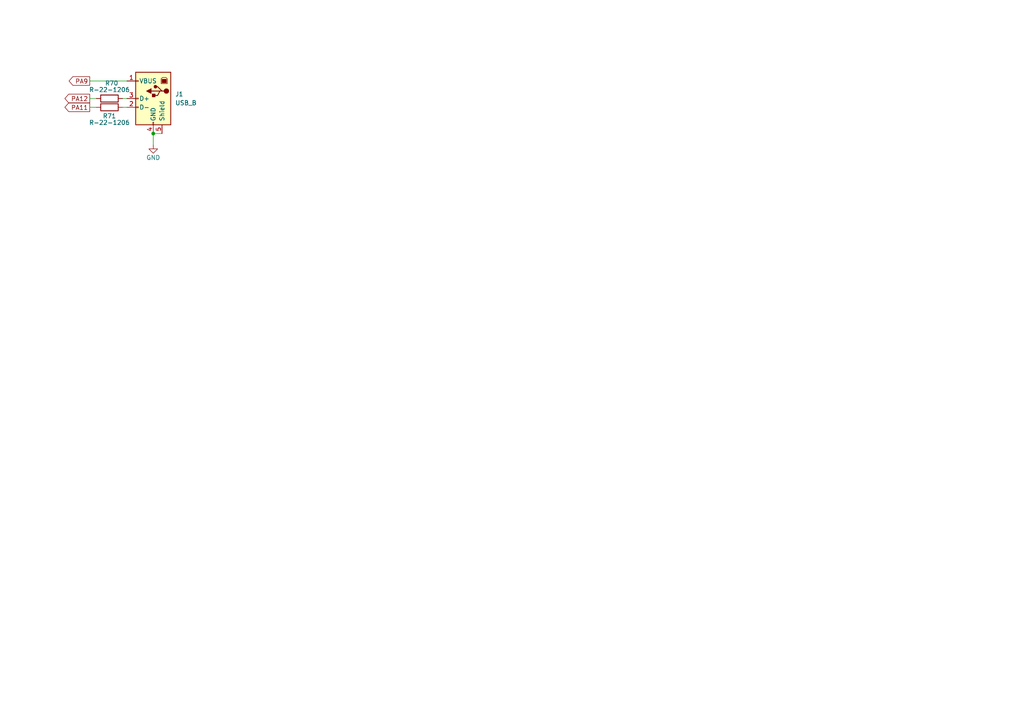
<source format=kicad_sch>
(kicad_sch (version 20211123) (generator eeschema)

  (uuid 88805a0e-6cac-41f4-aa69-c886f088287c)

  (paper "A4")

  (lib_symbols
    (symbol "eurorack:R-22-1206" (pin_numbers hide) (pin_names (offset 0)) (in_bom yes) (on_board yes)
      (property "Reference" "R" (id 0) (at 2.032 0 90)
        (effects (font (size 1.27 1.27)))
      )
      (property "Value" "R-22-1206" (id 1) (at -2.54 0 90)
        (effects (font (size 1.27 1.27)))
      )
      (property "Footprint" "Resistor_SMD:R_1206_3216Metric_Pad1.30x1.75mm_HandSolder" (id 2) (at -1.778 0 90)
        (effects (font (size 1.27 1.27)) hide)
      )
      (property "Datasheet" "https://secure.reichelt.com/at/en/smd-chip-resistor-type-1206-22-ohm-smd-1-4w-22-p18286.html?&nbc=1" (id 3) (at 0 0 0)
        (effects (font (size 1.27 1.27)) hide)
      )
      (property "P" "1/4W" (id 4) (at 0 0 0)
        (effects (font (size 1.27 1.27)))
      )
      (property "ki_keywords" "R res resistor" (id 5) (at 0 0 0)
        (effects (font (size 1.27 1.27)) hide)
      )
      (property "ki_description" "Resistor" (id 6) (at 0 0 0)
        (effects (font (size 1.27 1.27)) hide)
      )
      (property "ki_fp_filters" "R_*" (id 7) (at 0 0 0)
        (effects (font (size 1.27 1.27)) hide)
      )
      (symbol "R-22-1206_0_1"
        (rectangle (start -1.016 -2.54) (end 1.016 2.54)
          (stroke (width 0.254) (type default) (color 0 0 0 0))
          (fill (type none))
        )
      )
      (symbol "R-22-1206_1_1"
        (pin passive line (at 0 3.81 270) (length 1.27)
          (name "~" (effects (font (size 1.27 1.27))))
          (number "1" (effects (font (size 1.27 1.27))))
        )
        (pin passive line (at 0 -3.81 90) (length 1.27)
          (name "~" (effects (font (size 1.27 1.27))))
          (number "2" (effects (font (size 1.27 1.27))))
        )
      )
    )
    (symbol "eurorack:USB_B" (pin_names (offset 1.016)) (in_bom yes) (on_board yes)
      (property "Reference" "J" (id 0) (at -5.08 11.43 0)
        (effects (font (size 1.27 1.27)) (justify left))
      )
      (property "Value" "USB_B" (id 1) (at -5.08 8.89 0)
        (effects (font (size 1.27 1.27)) (justify left))
      )
      (property "Footprint" "eurorack:USB-BG" (id 2) (at 3.81 -1.27 0)
        (effects (font (size 1.27 1.27)) hide)
      )
      (property "Datasheet" "https://secure.reichelt.com/at/en/usb-panel-socket-series-b-straight-180-vers--usb-bg-p52009.html?&trstct=pos_3&nbc=1" (id 3) (at 3.81 -1.27 0)
        (effects (font (size 1.27 1.27)) hide)
      )
      (property "ki_keywords" "connector USB" (id 4) (at 0 0 0)
        (effects (font (size 1.27 1.27)) hide)
      )
      (property "ki_description" "USB Type B connector" (id 5) (at 0 0 0)
        (effects (font (size 1.27 1.27)) hide)
      )
      (property "ki_fp_filters" "USB*" (id 6) (at 0 0 0)
        (effects (font (size 1.27 1.27)) hide)
      )
      (symbol "USB_B_0_1"
        (rectangle (start -5.08 -7.62) (end 5.08 7.62)
          (stroke (width 0.254) (type default) (color 0 0 0 0))
          (fill (type background))
        )
        (circle (center -3.81 2.159) (radius 0.635)
          (stroke (width 0.254) (type default) (color 0 0 0 0))
          (fill (type outline))
        )
        (rectangle (start -3.81 5.588) (end -2.54 4.572)
          (stroke (width 0) (type default) (color 0 0 0 0))
          (fill (type outline))
        )
        (circle (center -0.635 3.429) (radius 0.381)
          (stroke (width 0.254) (type default) (color 0 0 0 0))
          (fill (type outline))
        )
        (rectangle (start -0.127 -7.62) (end 0.127 -6.858)
          (stroke (width 0) (type default) (color 0 0 0 0))
          (fill (type none))
        )
        (polyline
          (pts
            (xy -1.905 2.159)
            (xy 0.635 2.159)
          )
          (stroke (width 0.254) (type default) (color 0 0 0 0))
          (fill (type none))
        )
        (polyline
          (pts
            (xy -3.175 2.159)
            (xy -2.54 2.159)
            (xy -1.27 3.429)
            (xy -0.635 3.429)
          )
          (stroke (width 0.254) (type default) (color 0 0 0 0))
          (fill (type none))
        )
        (polyline
          (pts
            (xy -2.54 2.159)
            (xy -1.905 2.159)
            (xy -1.27 0.889)
            (xy 0 0.889)
          )
          (stroke (width 0.254) (type default) (color 0 0 0 0))
          (fill (type none))
        )
        (polyline
          (pts
            (xy 0.635 2.794)
            (xy 0.635 1.524)
            (xy 1.905 2.159)
            (xy 0.635 2.794)
          )
          (stroke (width 0.254) (type default) (color 0 0 0 0))
          (fill (type outline))
        )
        (polyline
          (pts
            (xy -4.064 4.318)
            (xy -2.286 4.318)
            (xy -2.286 5.715)
            (xy -2.667 6.096)
            (xy -3.683 6.096)
            (xy -4.064 5.715)
            (xy -4.064 4.318)
          )
          (stroke (width 0) (type default) (color 0 0 0 0))
          (fill (type none))
        )
        (rectangle (start 0.254 1.27) (end -0.508 0.508)
          (stroke (width 0.254) (type default) (color 0 0 0 0))
          (fill (type outline))
        )
        (rectangle (start 5.08 -2.667) (end 4.318 -2.413)
          (stroke (width 0) (type default) (color 0 0 0 0))
          (fill (type none))
        )
        (rectangle (start 5.08 -0.127) (end 4.318 0.127)
          (stroke (width 0) (type default) (color 0 0 0 0))
          (fill (type none))
        )
        (rectangle (start 5.08 4.953) (end 4.318 5.207)
          (stroke (width 0) (type default) (color 0 0 0 0))
          (fill (type none))
        )
      )
      (symbol "USB_B_1_1"
        (pin power_out line (at 7.62 5.08 180) (length 2.54)
          (name "VBUS" (effects (font (size 1.27 1.27))))
          (number "1" (effects (font (size 1.27 1.27))))
        )
        (pin bidirectional line (at 7.62 -2.54 180) (length 2.54)
          (name "D-" (effects (font (size 1.27 1.27))))
          (number "2" (effects (font (size 1.27 1.27))))
        )
        (pin bidirectional line (at 7.62 0 180) (length 2.54)
          (name "D+" (effects (font (size 1.27 1.27))))
          (number "3" (effects (font (size 1.27 1.27))))
        )
        (pin power_out line (at 0 -10.16 90) (length 2.54)
          (name "GND" (effects (font (size 1.27 1.27))))
          (number "4" (effects (font (size 1.27 1.27))))
        )
        (pin passive line (at -2.54 -10.16 90) (length 2.54)
          (name "Shield" (effects (font (size 1.27 1.27))))
          (number "5" (effects (font (size 1.27 1.27))))
        )
      )
    )
    (symbol "power:GND" (power) (pin_names (offset 0)) (in_bom yes) (on_board yes)
      (property "Reference" "#PWR" (id 0) (at 0 -6.35 0)
        (effects (font (size 1.27 1.27)) hide)
      )
      (property "Value" "GND" (id 1) (at 0 -3.81 0)
        (effects (font (size 1.27 1.27)))
      )
      (property "Footprint" "" (id 2) (at 0 0 0)
        (effects (font (size 1.27 1.27)) hide)
      )
      (property "Datasheet" "" (id 3) (at 0 0 0)
        (effects (font (size 1.27 1.27)) hide)
      )
      (property "ki_keywords" "power-flag" (id 4) (at 0 0 0)
        (effects (font (size 1.27 1.27)) hide)
      )
      (property "ki_description" "Power symbol creates a global label with name \"GND\" , ground" (id 5) (at 0 0 0)
        (effects (font (size 1.27 1.27)) hide)
      )
      (symbol "GND_0_1"
        (polyline
          (pts
            (xy 0 0)
            (xy 0 -1.27)
            (xy 1.27 -1.27)
            (xy 0 -2.54)
            (xy -1.27 -1.27)
            (xy 0 -1.27)
          )
          (stroke (width 0) (type default) (color 0 0 0 0))
          (fill (type none))
        )
      )
      (symbol "GND_1_1"
        (pin power_in line (at 0 0 270) (length 0) hide
          (name "GND" (effects (font (size 1.27 1.27))))
          (number "1" (effects (font (size 1.27 1.27))))
        )
      )
    )
  )

  (junction (at 44.45 38.735) (diameter 0) (color 0 0 0 0)
    (uuid f98b868d-1b57-47b7-bab4-9faa28352bab)
  )

  (wire (pts (xy 26.035 23.495) (xy 36.83 23.495))
    (stroke (width 0) (type default) (color 0 0 0 0))
    (uuid 538ffc7b-adbb-4546-bfd9-b2c78efbeb86)
  )
  (wire (pts (xy 26.035 28.575) (xy 27.94 28.575))
    (stroke (width 0) (type default) (color 0 0 0 0))
    (uuid 8e5ca161-e6c3-4ff0-8263-6b456723b127)
  )
  (wire (pts (xy 26.035 31.115) (xy 27.94 31.115))
    (stroke (width 0) (type default) (color 0 0 0 0))
    (uuid 98ad3fa6-525c-4fb5-a76a-970d4b1be042)
  )
  (wire (pts (xy 44.45 38.735) (xy 46.99 38.735))
    (stroke (width 0) (type default) (color 0 0 0 0))
    (uuid 9f09ce31-9682-453e-aaf7-4287c2ae57d5)
  )
  (wire (pts (xy 35.56 28.575) (xy 36.83 28.575))
    (stroke (width 0) (type default) (color 0 0 0 0))
    (uuid a512ce11-854a-4987-814d-28a7db4b7e42)
  )
  (wire (pts (xy 35.56 31.115) (xy 36.83 31.115))
    (stroke (width 0) (type default) (color 0 0 0 0))
    (uuid c1636cd8-c95c-422f-88f1-7732d096c915)
  )
  (wire (pts (xy 44.45 41.91) (xy 44.45 38.735))
    (stroke (width 0) (type default) (color 0 0 0 0))
    (uuid ea59a3fc-ba53-4eb2-bb4b-f9e72dd4502a)
  )

  (global_label "PA11" (shape output) (at 26.035 31.115 180) (fields_autoplaced)
    (effects (font (size 1.27 1.27)) (justify right))
    (uuid 73568471-7aa2-4a08-bda9-31f06705bb53)
    (property "Intersheet References" "${INTERSHEET_REFS}" (id 0) (at 18.8443 31.0356 0)
      (effects (font (size 1.27 1.27)) (justify right) hide)
    )
  )
  (global_label "PA9" (shape output) (at 26.035 23.495 180) (fields_autoplaced)
    (effects (font (size 1.27 1.27)) (justify right))
    (uuid 7d6508d8-76e7-49d1-ba34-9947d5cb11ee)
    (property "Intersheet References" "${INTERSHEET_REFS}" (id 0) (at 20.0538 23.4156 0)
      (effects (font (size 1.27 1.27)) (justify right) hide)
    )
  )
  (global_label "PA12" (shape output) (at 26.035 28.575 180) (fields_autoplaced)
    (effects (font (size 1.27 1.27)) (justify right))
    (uuid da762bdb-3d34-4716-8275-b136dae931bf)
    (property "Intersheet References" "${INTERSHEET_REFS}" (id 0) (at 18.8443 28.4956 0)
      (effects (font (size 1.27 1.27)) (justify right) hide)
    )
  )

  (symbol (lib_id "eurorack:R-22-1206") (at 31.75 31.115 90) (unit 1)
    (in_bom yes) (on_board yes)
    (uuid 099cc193-da0f-4511-9a4f-1df0e12e95b9)
    (property "Reference" "R71" (id 0) (at 31.75 33.655 90))
    (property "Value" "R-22-1206" (id 1) (at 31.75 35.56 90))
    (property "Footprint" "Resistor_SMD:R_1206_3216Metric_Pad1.30x1.75mm_HandSolder" (id 2) (at 31.75 32.893 90)
      (effects (font (size 1.27 1.27)) hide)
    )
    (property "Datasheet" "https://secure.reichelt.com/at/en/smd-chip-resistor-type-1206-22-ohm-smd-1-4w-22-p18286.html?&nbc=1" (id 3) (at 31.75 31.115 0)
      (effects (font (size 1.27 1.27)) hide)
    )
    (property "P" "1/4W" (id 4) (at 31.75 27.305 90)
      (effects (font (size 1.27 1.27)) hide)
    )
    (pin "1" (uuid 41c76bcb-595f-4801-9151-d0f861c1ad47))
    (pin "2" (uuid 87ec3b0e-c812-468b-9cb3-ef1c2308962e))
  )

  (symbol (lib_id "power:GND") (at 44.45 41.91 0) (unit 1)
    (in_bom yes) (on_board yes)
    (uuid 6e8df01c-21b9-4696-a649-c85a3f1f9b6a)
    (property "Reference" "#PWR0100" (id 0) (at 44.45 48.26 0)
      (effects (font (size 1.27 1.27)) hide)
    )
    (property "Value" "GND" (id 1) (at 44.45 45.72 0))
    (property "Footprint" "" (id 2) (at 44.45 41.91 0)
      (effects (font (size 1.27 1.27)) hide)
    )
    (property "Datasheet" "" (id 3) (at 44.45 41.91 0)
      (effects (font (size 1.27 1.27)) hide)
    )
    (pin "1" (uuid 59294162-db09-4f33-9f13-62d833097407))
  )

  (symbol (lib_id "eurorack:R-22-1206") (at 31.75 28.575 90) (unit 1)
    (in_bom yes) (on_board yes)
    (uuid c789af2c-5627-46b4-bade-0896f769b933)
    (property "Reference" "R70" (id 0) (at 32.385 24.13 90))
    (property "Value" "R-22-1206" (id 1) (at 31.75 26.035 90))
    (property "Footprint" "Resistor_SMD:R_1206_3216Metric_Pad1.30x1.75mm_HandSolder" (id 2) (at 31.75 30.353 90)
      (effects (font (size 1.27 1.27)) hide)
    )
    (property "Datasheet" "https://secure.reichelt.com/at/en/smd-chip-resistor-type-1206-22-ohm-smd-1-4w-22-p18286.html?&nbc=1" (id 3) (at 31.75 28.575 0)
      (effects (font (size 1.27 1.27)) hide)
    )
    (property "P" "1/4W" (id 4) (at 31.75 24.765 90)
      (effects (font (size 1.27 1.27)) hide)
    )
    (pin "1" (uuid cfe5547b-d48e-4c97-bbf5-6f98fb2ee4db))
    (pin "2" (uuid 128d238f-c338-4043-8d1b-6d3c8c81b654))
  )

  (symbol (lib_id "eurorack:USB_B") (at 44.45 28.575 0) (mirror y) (unit 1)
    (in_bom yes) (on_board yes) (fields_autoplaced)
    (uuid ceaed41f-78b1-4982-b030-d714807a2cb5)
    (property "Reference" "J1" (id 0) (at 50.8 27.3049 0)
      (effects (font (size 1.27 1.27)) (justify right))
    )
    (property "Value" "USB_B" (id 1) (at 50.8 29.8449 0)
      (effects (font (size 1.27 1.27)) (justify right))
    )
    (property "Footprint" "eurorack:USB-BG" (id 2) (at 40.64 29.845 0)
      (effects (font (size 1.27 1.27)) hide)
    )
    (property "Datasheet" "https://secure.reichelt.com/at/en/usb-panel-socket-series-b-straight-180-vers--usb-bg-p52009.html?&trstct=pos_3&nbc=1" (id 3) (at 40.64 29.845 0)
      (effects (font (size 1.27 1.27)) hide)
    )
    (pin "1" (uuid 22331707-82d2-4b89-94a3-bf22b2e4d2ed))
    (pin "2" (uuid f519f030-5701-44a8-95cd-c27cee02f4c6))
    (pin "3" (uuid 6b425b78-36b4-49fd-9161-ebfa958788c4))
    (pin "4" (uuid cce42d48-d71f-433d-adbb-89e0c68addac))
    (pin "5" (uuid badc2a63-e7cf-41de-9530-a33629632241))
  )
)

</source>
